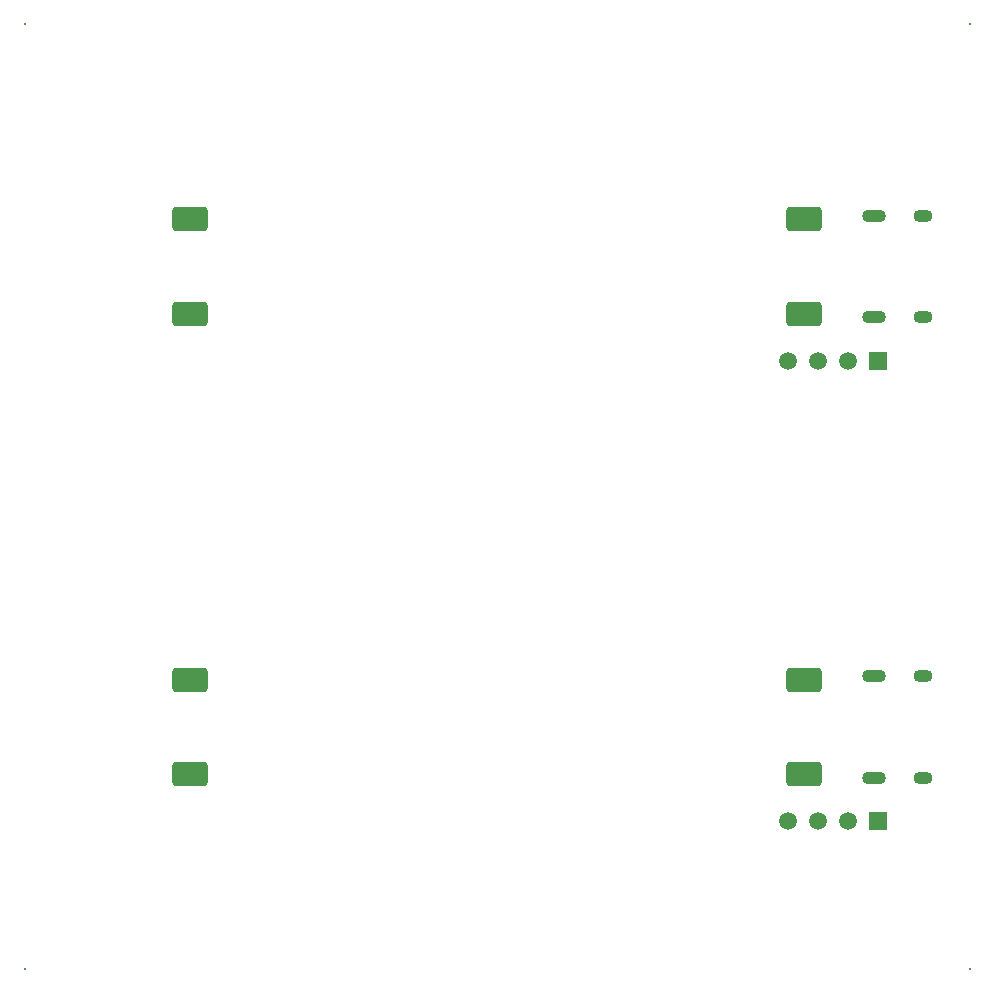
<source format=gbs>
G04*
G04 #@! TF.GenerationSoftware,Altium Limited,Altium Designer,21.3.2 (30)*
G04*
G04 Layer_Color=16711935*
%FSLAX43Y43*%
%MOMM*%
G71*
G04*
G04 #@! TF.SameCoordinates,034B25BC-4B64-4F1D-819B-79BBDF65C54F*
G04*
G04*
G04 #@! TF.FilePolarity,Negative*
G04*
G01*
G75*
%ADD80O,2.000X1.100*%
%ADD81O,1.600X1.100*%
%ADD82C,1.500*%
%ADD83R,1.500X1.500*%
G04:AMPARAMS|DCode=86|XSize=3mm|YSize=2mm|CornerRadius=0.25mm|HoleSize=0mm|Usage=FLASHONLY|Rotation=0.000|XOffset=0mm|YOffset=0mm|HoleType=Round|Shape=RoundedRectangle|*
%AMROUNDEDRECTD86*
21,1,3.000,1.500,0,0,0.0*
21,1,2.500,2.000,0,0,0.0*
1,1,0.500,1.250,-0.750*
1,1,0.500,-1.250,-0.750*
1,1,0.500,-1.250,0.750*
1,1,0.500,1.250,0.750*
%
%ADD86ROUNDEDRECTD86*%
%ADD101C,0.203*%
D80*
X74400Y18700D02*
D03*
Y27300D02*
D03*
Y57700D02*
D03*
Y66300D02*
D03*
D81*
X78550Y27300D02*
D03*
Y18700D02*
D03*
Y66300D02*
D03*
Y57700D02*
D03*
D82*
X67120Y15000D02*
D03*
X69660D02*
D03*
X72200D02*
D03*
X67120Y54000D02*
D03*
X69660D02*
D03*
X72200D02*
D03*
D83*
X74740Y15000D02*
D03*
Y54000D02*
D03*
D86*
X16500Y27000D02*
D03*
Y19000D02*
D03*
X68500D02*
D03*
Y27000D02*
D03*
X16500Y66000D02*
D03*
Y58000D02*
D03*
X68500D02*
D03*
Y66000D02*
D03*
D101*
X82500Y82500D02*
D03*
Y2500D02*
D03*
X2500D02*
D03*
Y82500D02*
D03*
M02*

</source>
